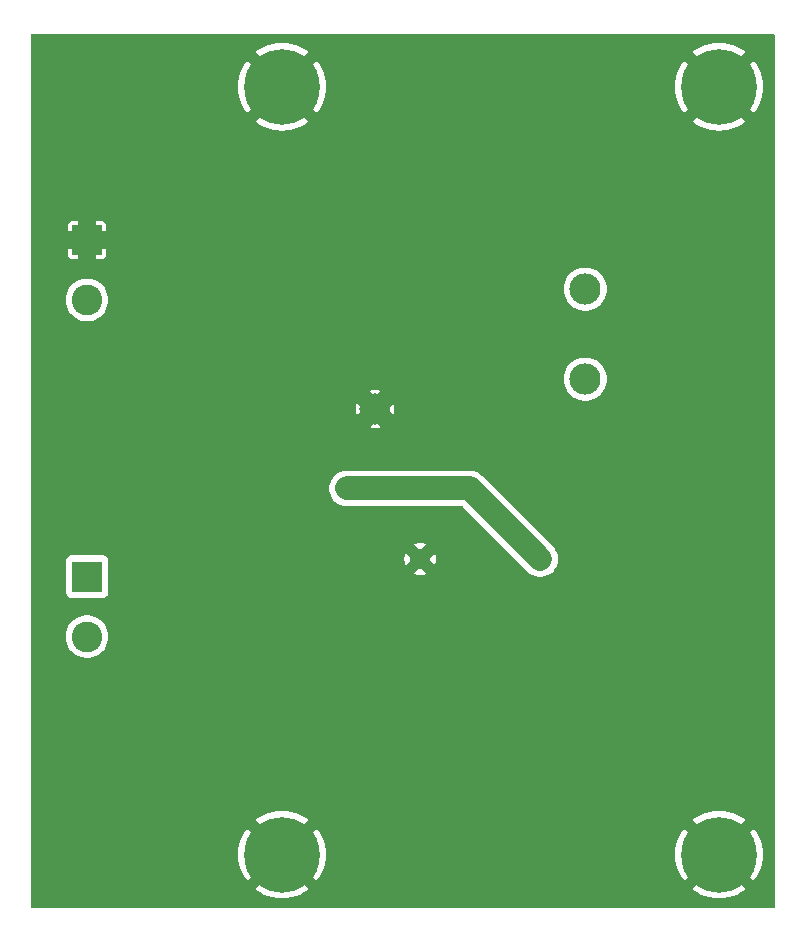
<source format=gbr>
%TF.GenerationSoftware,KiCad,Pcbnew,8.0.4*%
%TF.CreationDate,2025-06-08T14:38:43-04:00*%
%TF.ProjectId,car-battery-reverse-polarity-protection,6361722d-6261-4747-9465-72792d726576,rev?*%
%TF.SameCoordinates,Original*%
%TF.FileFunction,Copper,L2,Bot*%
%TF.FilePolarity,Positive*%
%FSLAX46Y46*%
G04 Gerber Fmt 4.6, Leading zero omitted, Abs format (unit mm)*
G04 Created by KiCad (PCBNEW 8.0.4) date 2025-06-08 14:38:43*
%MOMM*%
%LPD*%
G01*
G04 APERTURE LIST*
%TA.AperFunction,ComponentPad*%
%ADD10C,6.400000*%
%TD*%
%TA.AperFunction,ComponentPad*%
%ADD11C,2.641600*%
%TD*%
%TA.AperFunction,ComponentPad*%
%ADD12C,1.676400*%
%TD*%
%TA.AperFunction,ComponentPad*%
%ADD13R,2.600000X2.600000*%
%TD*%
%TA.AperFunction,ComponentPad*%
%ADD14C,2.600000*%
%TD*%
%TA.AperFunction,ViaPad*%
%ADD15C,1.000000*%
%TD*%
%TA.AperFunction,Conductor*%
%ADD16C,2.000000*%
%TD*%
G04 APERTURE END LIST*
D10*
%TO.P,H5,1,1*%
%TO.N,GND*%
X132500000Y-122000000D03*
%TD*%
D11*
%TO.P,K1,13*%
%TO.N,GND*%
X140398800Y-84274200D03*
%TO.P,K1,14*%
%TO.N,/relay_load_terminal*%
X158178800Y-81734200D03*
D12*
%TO.P,K1,A1*%
%TO.N,/relay_coil*%
X154368800Y-96974200D03*
%TO.P,K1,A2*%
%TO.N,GND*%
X144208800Y-96974200D03*
D11*
%TO.P,K1,NC*%
%TO.N,N/C*%
X158178800Y-74114200D03*
%TD*%
D10*
%TO.P,H1,1,1*%
%TO.N,GND*%
X169500000Y-57000000D03*
%TD*%
D13*
%TO.P,J1,1,Pin_1*%
%TO.N,GND*%
X116000000Y-69955000D03*
D14*
%TO.P,J1,2,Pin_2*%
%TO.N,+BATT*%
X116000000Y-75035000D03*
%TD*%
D10*
%TO.P,H2,1,1*%
%TO.N,GND*%
X169500000Y-122000000D03*
%TD*%
D13*
%TO.P,J2,1,Pin_1*%
%TO.N,+BATT*%
X116000000Y-98455000D03*
D14*
%TO.P,J2,2,Pin_2*%
%TO.N,/relay_load_terminal*%
X116000000Y-103535000D03*
%TD*%
D10*
%TO.P,H3,1,1*%
%TO.N,GND*%
X132500000Y-57000000D03*
%TD*%
D15*
%TO.N,GND*%
X113000000Y-70000000D03*
X123000000Y-88000000D03*
X119000000Y-70000000D03*
X116000000Y-67000000D03*
%TO.N,/relay_coil*%
X138000000Y-91000000D03*
%TD*%
D16*
%TO.N,/relay_coil*%
X148394600Y-91000000D02*
X154368800Y-96974200D01*
X138000000Y-91000000D02*
X148394600Y-91000000D01*
%TD*%
%TA.AperFunction,Conductor*%
%TO.N,GND*%
G36*
X174192539Y-52520185D02*
G01*
X174238294Y-52572989D01*
X174249500Y-52624500D01*
X174249500Y-126375500D01*
X174229815Y-126442539D01*
X174177011Y-126488294D01*
X174125500Y-126499500D01*
X111374500Y-126499500D01*
X111307461Y-126479815D01*
X111261706Y-126427011D01*
X111250500Y-126375500D01*
X111250500Y-121999999D01*
X128794922Y-121999999D01*
X128794922Y-122000000D01*
X128815219Y-122387287D01*
X128875886Y-122770323D01*
X128875887Y-122770330D01*
X128976262Y-123144936D01*
X129115244Y-123506994D01*
X129291310Y-123852543D01*
X129502531Y-124177793D01*
X129552898Y-124239992D01*
X129552900Y-124239993D01*
X131071728Y-122721164D01*
X131131557Y-122838583D01*
X131279588Y-123042330D01*
X131457670Y-123220412D01*
X131661417Y-123368443D01*
X131778835Y-123428270D01*
X130260006Y-124947099D01*
X130260006Y-124947100D01*
X130322206Y-124997468D01*
X130647456Y-125208689D01*
X130993005Y-125384755D01*
X131355063Y-125523737D01*
X131729669Y-125624112D01*
X131729676Y-125624113D01*
X132112712Y-125684780D01*
X132499999Y-125705078D01*
X132500001Y-125705078D01*
X132887287Y-125684780D01*
X133270323Y-125624113D01*
X133270330Y-125624112D01*
X133644936Y-125523737D01*
X134006994Y-125384755D01*
X134352543Y-125208689D01*
X134677783Y-124997476D01*
X134677785Y-124997475D01*
X134739992Y-124947099D01*
X133221164Y-123428271D01*
X133338583Y-123368443D01*
X133542330Y-123220412D01*
X133720412Y-123042330D01*
X133868443Y-122838583D01*
X133928271Y-122721164D01*
X135447099Y-124239992D01*
X135497475Y-124177785D01*
X135497476Y-124177783D01*
X135708689Y-123852543D01*
X135884755Y-123506994D01*
X136023737Y-123144936D01*
X136124112Y-122770330D01*
X136124113Y-122770323D01*
X136184780Y-122387287D01*
X136205078Y-122000000D01*
X136205078Y-121999999D01*
X165794922Y-121999999D01*
X165794922Y-122000000D01*
X165815219Y-122387287D01*
X165875886Y-122770323D01*
X165875887Y-122770330D01*
X165976262Y-123144936D01*
X166115244Y-123506994D01*
X166291310Y-123852543D01*
X166502531Y-124177793D01*
X166552898Y-124239992D01*
X166552900Y-124239993D01*
X168071728Y-122721164D01*
X168131557Y-122838583D01*
X168279588Y-123042330D01*
X168457670Y-123220412D01*
X168661417Y-123368443D01*
X168778835Y-123428270D01*
X167260006Y-124947099D01*
X167260006Y-124947100D01*
X167322206Y-124997468D01*
X167647456Y-125208689D01*
X167993005Y-125384755D01*
X168355063Y-125523737D01*
X168729669Y-125624112D01*
X168729676Y-125624113D01*
X169112712Y-125684780D01*
X169499999Y-125705078D01*
X169500001Y-125705078D01*
X169887287Y-125684780D01*
X170270323Y-125624113D01*
X170270330Y-125624112D01*
X170644936Y-125523737D01*
X171006994Y-125384755D01*
X171352543Y-125208689D01*
X171677783Y-124997476D01*
X171677785Y-124997475D01*
X171739992Y-124947099D01*
X170221164Y-123428271D01*
X170338583Y-123368443D01*
X170542330Y-123220412D01*
X170720412Y-123042330D01*
X170868443Y-122838583D01*
X170928271Y-122721164D01*
X172447099Y-124239992D01*
X172497475Y-124177785D01*
X172497476Y-124177783D01*
X172708689Y-123852543D01*
X172884755Y-123506994D01*
X173023737Y-123144936D01*
X173124112Y-122770330D01*
X173124113Y-122770323D01*
X173184780Y-122387287D01*
X173205078Y-122000000D01*
X173205078Y-121999999D01*
X173184780Y-121612712D01*
X173124113Y-121229676D01*
X173124112Y-121229669D01*
X173023737Y-120855063D01*
X172884755Y-120493005D01*
X172708689Y-120147456D01*
X172497468Y-119822206D01*
X172447100Y-119760006D01*
X172447099Y-119760006D01*
X170928270Y-121278834D01*
X170868443Y-121161417D01*
X170720412Y-120957670D01*
X170542330Y-120779588D01*
X170338583Y-120631557D01*
X170221164Y-120571729D01*
X171739993Y-119052900D01*
X171739992Y-119052898D01*
X171677793Y-119002531D01*
X171352543Y-118791310D01*
X171006994Y-118615244D01*
X170644936Y-118476262D01*
X170270330Y-118375887D01*
X170270323Y-118375886D01*
X169887287Y-118315219D01*
X169500001Y-118294922D01*
X169499999Y-118294922D01*
X169112712Y-118315219D01*
X168729676Y-118375886D01*
X168729669Y-118375887D01*
X168355063Y-118476262D01*
X167993005Y-118615244D01*
X167647456Y-118791310D01*
X167322218Y-119002523D01*
X167260005Y-119052899D01*
X168778835Y-120571728D01*
X168661417Y-120631557D01*
X168457670Y-120779588D01*
X168279588Y-120957670D01*
X168131557Y-121161417D01*
X168071729Y-121278835D01*
X166552899Y-119760005D01*
X166502523Y-119822218D01*
X166291310Y-120147456D01*
X166115244Y-120493005D01*
X165976262Y-120855063D01*
X165875887Y-121229669D01*
X165875886Y-121229676D01*
X165815219Y-121612712D01*
X165794922Y-121999999D01*
X136205078Y-121999999D01*
X136184780Y-121612712D01*
X136124113Y-121229676D01*
X136124112Y-121229669D01*
X136023737Y-120855063D01*
X135884755Y-120493005D01*
X135708689Y-120147456D01*
X135497468Y-119822206D01*
X135447100Y-119760006D01*
X135447099Y-119760006D01*
X133928270Y-121278834D01*
X133868443Y-121161417D01*
X133720412Y-120957670D01*
X133542330Y-120779588D01*
X133338583Y-120631557D01*
X133221164Y-120571729D01*
X134739993Y-119052900D01*
X134739992Y-119052898D01*
X134677793Y-119002531D01*
X134352543Y-118791310D01*
X134006994Y-118615244D01*
X133644936Y-118476262D01*
X133270330Y-118375887D01*
X133270323Y-118375886D01*
X132887287Y-118315219D01*
X132500001Y-118294922D01*
X132499999Y-118294922D01*
X132112712Y-118315219D01*
X131729676Y-118375886D01*
X131729669Y-118375887D01*
X131355063Y-118476262D01*
X130993005Y-118615244D01*
X130647456Y-118791310D01*
X130322218Y-119002523D01*
X130260005Y-119052899D01*
X131778835Y-120571728D01*
X131661417Y-120631557D01*
X131457670Y-120779588D01*
X131279588Y-120957670D01*
X131131557Y-121161417D01*
X131071729Y-121278835D01*
X129552899Y-119760005D01*
X129502523Y-119822218D01*
X129291310Y-120147456D01*
X129115244Y-120493005D01*
X128976262Y-120855063D01*
X128875887Y-121229669D01*
X128875886Y-121229676D01*
X128815219Y-121612712D01*
X128794922Y-121999999D01*
X111250500Y-121999999D01*
X111250500Y-103534995D01*
X114194451Y-103534995D01*
X114194451Y-103535004D01*
X114214616Y-103804101D01*
X114274664Y-104067188D01*
X114274666Y-104067195D01*
X114373257Y-104318398D01*
X114508185Y-104552102D01*
X114644080Y-104722509D01*
X114676442Y-104763089D01*
X114863183Y-104936358D01*
X114874259Y-104946635D01*
X115097226Y-105098651D01*
X115340359Y-105215738D01*
X115598228Y-105295280D01*
X115598229Y-105295280D01*
X115598232Y-105295281D01*
X115865063Y-105335499D01*
X115865068Y-105335499D01*
X115865071Y-105335500D01*
X115865072Y-105335500D01*
X116134928Y-105335500D01*
X116134929Y-105335500D01*
X116134936Y-105335499D01*
X116401767Y-105295281D01*
X116401768Y-105295280D01*
X116401772Y-105295280D01*
X116659641Y-105215738D01*
X116902775Y-105098651D01*
X117125741Y-104946635D01*
X117323561Y-104763085D01*
X117491815Y-104552102D01*
X117626743Y-104318398D01*
X117725334Y-104067195D01*
X117785383Y-103804103D01*
X117805549Y-103535000D01*
X117785383Y-103265897D01*
X117725334Y-103002805D01*
X117626743Y-102751602D01*
X117491815Y-102517898D01*
X117323561Y-102306915D01*
X117323560Y-102306914D01*
X117323557Y-102306910D01*
X117125741Y-102123365D01*
X116902775Y-101971349D01*
X116902769Y-101971346D01*
X116902768Y-101971345D01*
X116902767Y-101971344D01*
X116659643Y-101854263D01*
X116659645Y-101854263D01*
X116401773Y-101774720D01*
X116401767Y-101774718D01*
X116134936Y-101734500D01*
X116134929Y-101734500D01*
X115865071Y-101734500D01*
X115865063Y-101734500D01*
X115598232Y-101774718D01*
X115598226Y-101774720D01*
X115340358Y-101854262D01*
X115097230Y-101971346D01*
X114874258Y-102123365D01*
X114676442Y-102306910D01*
X114508185Y-102517898D01*
X114373258Y-102751599D01*
X114373256Y-102751603D01*
X114274666Y-103002804D01*
X114274664Y-103002811D01*
X114214616Y-103265898D01*
X114194451Y-103534995D01*
X111250500Y-103534995D01*
X111250500Y-97107135D01*
X114199500Y-97107135D01*
X114199500Y-99802870D01*
X114199501Y-99802876D01*
X114205908Y-99862483D01*
X114256202Y-99997328D01*
X114256206Y-99997335D01*
X114342452Y-100112544D01*
X114342455Y-100112547D01*
X114457664Y-100198793D01*
X114457671Y-100198797D01*
X114592517Y-100249091D01*
X114592516Y-100249091D01*
X114599444Y-100249835D01*
X114652127Y-100255500D01*
X117347872Y-100255499D01*
X117407483Y-100249091D01*
X117542331Y-100198796D01*
X117657546Y-100112546D01*
X117743796Y-99997331D01*
X117794091Y-99862483D01*
X117800500Y-99802873D01*
X117800499Y-98206049D01*
X143684056Y-98206049D01*
X143749353Y-98236497D01*
X143749367Y-98236502D01*
X143975531Y-98297102D01*
X143975541Y-98297104D01*
X144208798Y-98317512D01*
X144208802Y-98317512D01*
X144442058Y-98297104D01*
X144442068Y-98297102D01*
X144668232Y-98236502D01*
X144668241Y-98236498D01*
X144733542Y-98206048D01*
X144208801Y-97681307D01*
X144208800Y-97681307D01*
X143684056Y-98206049D01*
X117800499Y-98206049D01*
X117800499Y-97107128D01*
X117794091Y-97047517D01*
X117766745Y-96974198D01*
X142865488Y-96974198D01*
X142865488Y-96974201D01*
X142885895Y-97207458D01*
X142885897Y-97207468D01*
X142946498Y-97433637D01*
X142976950Y-97498942D01*
X143501693Y-96974200D01*
X143501693Y-96974199D01*
X143424783Y-96897289D01*
X143624600Y-96897289D01*
X143624600Y-97051111D01*
X143664412Y-97199693D01*
X143741324Y-97332907D01*
X143850093Y-97441676D01*
X143983307Y-97518588D01*
X144131889Y-97558400D01*
X144285711Y-97558400D01*
X144434293Y-97518588D01*
X144567507Y-97441676D01*
X144676276Y-97332907D01*
X144753188Y-97199693D01*
X144793000Y-97051111D01*
X144793000Y-96974199D01*
X144915907Y-96974199D01*
X144915907Y-96974200D01*
X145440648Y-97498941D01*
X145471098Y-97433641D01*
X145471102Y-97433632D01*
X145531702Y-97207468D01*
X145531704Y-97207458D01*
X145552112Y-96974201D01*
X145552112Y-96974198D01*
X145531704Y-96740941D01*
X145531702Y-96740931D01*
X145471102Y-96514767D01*
X145471097Y-96514753D01*
X145440649Y-96449456D01*
X144915907Y-96974199D01*
X144793000Y-96974199D01*
X144793000Y-96897289D01*
X144753188Y-96748707D01*
X144676276Y-96615493D01*
X144567507Y-96506724D01*
X144434293Y-96429812D01*
X144285711Y-96390000D01*
X144131889Y-96390000D01*
X143983307Y-96429812D01*
X143850093Y-96506724D01*
X143741324Y-96615493D01*
X143664412Y-96748707D01*
X143624600Y-96897289D01*
X143424783Y-96897289D01*
X142976950Y-96449456D01*
X142976949Y-96449457D01*
X142946499Y-96514759D01*
X142885897Y-96740931D01*
X142885895Y-96740941D01*
X142865488Y-96974198D01*
X117766745Y-96974198D01*
X117743796Y-96912669D01*
X117743795Y-96912668D01*
X117743793Y-96912664D01*
X117657547Y-96797455D01*
X117657544Y-96797452D01*
X117542335Y-96711206D01*
X117542328Y-96711202D01*
X117407482Y-96660908D01*
X117407483Y-96660908D01*
X117347883Y-96654501D01*
X117347881Y-96654500D01*
X117347873Y-96654500D01*
X117347864Y-96654500D01*
X114652129Y-96654500D01*
X114652123Y-96654501D01*
X114592516Y-96660908D01*
X114457671Y-96711202D01*
X114457664Y-96711206D01*
X114342455Y-96797452D01*
X114342452Y-96797455D01*
X114256206Y-96912664D01*
X114256202Y-96912671D01*
X114205908Y-97047517D01*
X114201095Y-97092292D01*
X114199501Y-97107123D01*
X114199500Y-97107135D01*
X111250500Y-97107135D01*
X111250500Y-95742350D01*
X143684056Y-95742350D01*
X144208800Y-96267093D01*
X144208801Y-96267093D01*
X144733542Y-95742350D01*
X144668237Y-95711898D01*
X144442068Y-95651297D01*
X144442058Y-95651295D01*
X144208802Y-95630888D01*
X144208798Y-95630888D01*
X143975541Y-95651295D01*
X143975531Y-95651297D01*
X143749359Y-95711899D01*
X143684057Y-95742349D01*
X143684056Y-95742350D01*
X111250500Y-95742350D01*
X111250500Y-90881902D01*
X136499500Y-90881902D01*
X136499500Y-91118097D01*
X136536446Y-91351368D01*
X136609433Y-91575996D01*
X136716657Y-91786433D01*
X136855483Y-91977510D01*
X137022490Y-92144517D01*
X137213567Y-92283343D01*
X137312991Y-92334002D01*
X137424003Y-92390566D01*
X137424005Y-92390566D01*
X137424008Y-92390568D01*
X137544412Y-92429689D01*
X137648631Y-92463553D01*
X137881903Y-92500500D01*
X137881908Y-92500500D01*
X147721711Y-92500500D01*
X147788750Y-92520185D01*
X147809392Y-92536819D01*
X153391291Y-98118719D01*
X153391296Y-98118723D01*
X153511490Y-98206048D01*
X153582367Y-98257543D01*
X153700063Y-98317512D01*
X153792803Y-98364766D01*
X153792805Y-98364766D01*
X153792808Y-98364768D01*
X153913212Y-98403889D01*
X154017431Y-98437753D01*
X154250703Y-98474700D01*
X154250708Y-98474700D01*
X154486897Y-98474700D01*
X154616490Y-98454173D01*
X154720169Y-98437753D01*
X154944792Y-98364768D01*
X155155234Y-98257543D01*
X155346310Y-98118718D01*
X155513318Y-97951710D01*
X155652143Y-97760634D01*
X155759368Y-97550192D01*
X155832353Y-97325569D01*
X155852290Y-97199693D01*
X155869300Y-97092297D01*
X155869300Y-96856102D01*
X155832353Y-96622831D01*
X155776020Y-96449457D01*
X155759368Y-96398208D01*
X155759366Y-96398205D01*
X155759366Y-96398203D01*
X155720466Y-96321859D01*
X155652143Y-96187767D01*
X155634406Y-96163355D01*
X155513323Y-95996696D01*
X155513319Y-95996691D01*
X149372112Y-89855485D01*
X149372111Y-89855484D01*
X149181034Y-89716657D01*
X148970596Y-89609433D01*
X148745968Y-89536446D01*
X148512697Y-89499500D01*
X148512692Y-89499500D01*
X137881908Y-89499500D01*
X137881903Y-89499500D01*
X137648631Y-89536446D01*
X137424003Y-89609433D01*
X137213566Y-89716657D01*
X137104550Y-89795862D01*
X137022490Y-89855483D01*
X137022488Y-89855485D01*
X137022487Y-89855485D01*
X136855485Y-90022487D01*
X136855485Y-90022488D01*
X136855483Y-90022490D01*
X136795862Y-90104550D01*
X136716657Y-90213566D01*
X136609433Y-90424003D01*
X136536446Y-90648631D01*
X136499500Y-90881902D01*
X111250500Y-90881902D01*
X111250500Y-84274200D01*
X138772988Y-84274200D01*
X138793003Y-84528529D01*
X138849302Y-84763035D01*
X138849303Y-84763035D01*
X139332000Y-84280339D01*
X139332000Y-84379271D01*
X139372996Y-84585374D01*
X139453414Y-84779519D01*
X139570162Y-84954245D01*
X139718755Y-85102838D01*
X139893481Y-85219586D01*
X140087626Y-85300004D01*
X140293729Y-85341000D01*
X140392660Y-85341000D01*
X139909963Y-85823694D01*
X139909963Y-85823695D01*
X140144472Y-85879996D01*
X140398800Y-85900011D01*
X140653127Y-85879996D01*
X140887635Y-85823695D01*
X140404941Y-85341000D01*
X140503871Y-85341000D01*
X140709974Y-85300004D01*
X140904119Y-85219586D01*
X141078845Y-85102838D01*
X141227438Y-84954245D01*
X141344186Y-84779519D01*
X141424604Y-84585374D01*
X141465600Y-84379271D01*
X141465600Y-84280340D01*
X141948295Y-84763035D01*
X142004596Y-84528527D01*
X142024611Y-84274200D01*
X142004596Y-84019872D01*
X141948295Y-83785363D01*
X141948294Y-83785363D01*
X141465600Y-84268058D01*
X141465600Y-84169129D01*
X141424604Y-83963026D01*
X141344186Y-83768881D01*
X141227438Y-83594155D01*
X141078845Y-83445562D01*
X140904119Y-83328814D01*
X140709974Y-83248396D01*
X140503871Y-83207400D01*
X140404941Y-83207400D01*
X140887635Y-82724703D01*
X140887635Y-82724702D01*
X140653129Y-82668403D01*
X140398800Y-82648388D01*
X140144470Y-82668403D01*
X139909963Y-82724702D01*
X139909963Y-82724703D01*
X140392660Y-83207400D01*
X140293729Y-83207400D01*
X140087626Y-83248396D01*
X139893481Y-83328814D01*
X139718755Y-83445562D01*
X139570162Y-83594155D01*
X139453414Y-83768881D01*
X139372996Y-83963026D01*
X139332000Y-84169129D01*
X139332000Y-84268060D01*
X138849303Y-83785363D01*
X138849302Y-83785363D01*
X138793003Y-84019870D01*
X138772988Y-84274200D01*
X111250500Y-84274200D01*
X111250500Y-81734195D01*
X156352393Y-81734195D01*
X156352393Y-81734204D01*
X156372790Y-82006402D01*
X156372791Y-82006407D01*
X156433531Y-82272529D01*
X156433537Y-82272548D01*
X156533264Y-82526648D01*
X156533263Y-82526648D01*
X156615106Y-82668403D01*
X156669752Y-82763052D01*
X156807218Y-82935428D01*
X156839952Y-82976476D01*
X157028850Y-83151746D01*
X157040054Y-83162142D01*
X157265597Y-83315915D01*
X157265602Y-83315917D01*
X157265603Y-83315918D01*
X157265604Y-83315919D01*
X157396223Y-83378821D01*
X157511535Y-83434352D01*
X157511536Y-83434352D01*
X157511539Y-83434354D01*
X157772386Y-83514815D01*
X158042312Y-83555500D01*
X158042313Y-83555500D01*
X158315287Y-83555500D01*
X158315288Y-83555500D01*
X158585214Y-83514815D01*
X158846061Y-83434354D01*
X159092004Y-83315915D01*
X159317546Y-83162142D01*
X159517651Y-82976472D01*
X159687848Y-82763052D01*
X159824336Y-82526648D01*
X159924065Y-82272543D01*
X159984808Y-82006412D01*
X160005207Y-81734200D01*
X159984808Y-81461988D01*
X159924065Y-81195857D01*
X159824336Y-80941752D01*
X159824335Y-80941751D01*
X159824336Y-80941751D01*
X159774377Y-80855221D01*
X159687848Y-80705348D01*
X159517651Y-80491928D01*
X159517650Y-80491927D01*
X159517647Y-80491923D01*
X159388724Y-80372301D01*
X159317546Y-80306258D01*
X159092004Y-80152485D01*
X159092003Y-80152484D01*
X159091996Y-80152480D01*
X158846063Y-80034047D01*
X158846065Y-80034047D01*
X158585222Y-79953587D01*
X158585218Y-79953586D01*
X158585214Y-79953585D01*
X158455373Y-79934014D01*
X158315293Y-79912900D01*
X158315288Y-79912900D01*
X158042312Y-79912900D01*
X158042306Y-79912900D01*
X157874208Y-79938237D01*
X157772386Y-79953585D01*
X157772383Y-79953586D01*
X157772377Y-79953587D01*
X157511535Y-80034047D01*
X157265604Y-80152480D01*
X157265603Y-80152481D01*
X157040053Y-80306258D01*
X156839952Y-80491923D01*
X156669752Y-80705348D01*
X156533264Y-80941751D01*
X156433537Y-81195851D01*
X156433531Y-81195870D01*
X156372791Y-81461992D01*
X156372790Y-81461997D01*
X156352393Y-81734195D01*
X111250500Y-81734195D01*
X111250500Y-75034995D01*
X114194451Y-75034995D01*
X114194451Y-75035004D01*
X114214616Y-75304101D01*
X114268948Y-75542144D01*
X114274666Y-75567195D01*
X114373257Y-75818398D01*
X114508185Y-76052102D01*
X114644080Y-76222509D01*
X114676442Y-76263089D01*
X114863183Y-76436358D01*
X114874259Y-76446635D01*
X115097226Y-76598651D01*
X115340359Y-76715738D01*
X115598228Y-76795280D01*
X115598229Y-76795280D01*
X115598232Y-76795281D01*
X115865063Y-76835499D01*
X115865068Y-76835499D01*
X115865071Y-76835500D01*
X115865072Y-76835500D01*
X116134928Y-76835500D01*
X116134929Y-76835500D01*
X116134936Y-76835499D01*
X116401767Y-76795281D01*
X116401768Y-76795280D01*
X116401772Y-76795280D01*
X116659641Y-76715738D01*
X116902775Y-76598651D01*
X117125741Y-76446635D01*
X117323561Y-76263085D01*
X117491815Y-76052102D01*
X117626743Y-75818398D01*
X117725334Y-75567195D01*
X117785383Y-75304103D01*
X117805549Y-75035000D01*
X117785383Y-74765897D01*
X117725334Y-74502805D01*
X117626743Y-74251602D01*
X117547412Y-74114195D01*
X156352393Y-74114195D01*
X156352393Y-74114204D01*
X156372790Y-74386402D01*
X156372791Y-74386407D01*
X156433531Y-74652529D01*
X156433537Y-74652548D01*
X156533264Y-74906648D01*
X156533263Y-74906648D01*
X156607365Y-75034995D01*
X156669752Y-75143052D01*
X156798186Y-75304103D01*
X156839952Y-75356476D01*
X157028850Y-75531746D01*
X157040054Y-75542142D01*
X157265597Y-75695915D01*
X157265602Y-75695917D01*
X157265603Y-75695918D01*
X157265604Y-75695919D01*
X157396223Y-75758821D01*
X157511535Y-75814352D01*
X157511536Y-75814352D01*
X157511539Y-75814354D01*
X157772386Y-75894815D01*
X158042312Y-75935500D01*
X158042313Y-75935500D01*
X158315287Y-75935500D01*
X158315288Y-75935500D01*
X158585214Y-75894815D01*
X158846061Y-75814354D01*
X159092004Y-75695915D01*
X159317546Y-75542142D01*
X159517651Y-75356472D01*
X159687848Y-75143052D01*
X159824336Y-74906648D01*
X159924065Y-74652543D01*
X159984808Y-74386412D01*
X159984809Y-74386402D01*
X160005207Y-74114204D01*
X160005207Y-74114195D01*
X159984809Y-73841997D01*
X159984808Y-73841992D01*
X159984808Y-73841988D01*
X159924065Y-73575857D01*
X159824336Y-73321752D01*
X159824335Y-73321751D01*
X159824336Y-73321751D01*
X159773961Y-73234500D01*
X159687848Y-73085348D01*
X159517651Y-72871928D01*
X159517650Y-72871927D01*
X159517647Y-72871923D01*
X159388724Y-72752301D01*
X159317546Y-72686258D01*
X159092004Y-72532485D01*
X159092003Y-72532484D01*
X159091996Y-72532480D01*
X158846063Y-72414047D01*
X158846065Y-72414047D01*
X158585222Y-72333587D01*
X158585218Y-72333586D01*
X158585214Y-72333585D01*
X158455373Y-72314014D01*
X158315293Y-72292900D01*
X158315288Y-72292900D01*
X158042312Y-72292900D01*
X158042306Y-72292900D01*
X157874208Y-72318237D01*
X157772386Y-72333585D01*
X157772383Y-72333586D01*
X157772377Y-72333587D01*
X157511535Y-72414047D01*
X157265604Y-72532480D01*
X157265603Y-72532481D01*
X157040053Y-72686258D01*
X156839952Y-72871923D01*
X156669752Y-73085348D01*
X156533264Y-73321751D01*
X156433537Y-73575851D01*
X156433531Y-73575870D01*
X156372791Y-73841992D01*
X156372790Y-73841997D01*
X156352393Y-74114195D01*
X117547412Y-74114195D01*
X117491815Y-74017898D01*
X117323561Y-73806915D01*
X117323560Y-73806914D01*
X117323557Y-73806910D01*
X117125741Y-73623365D01*
X116902775Y-73471349D01*
X116902769Y-73471346D01*
X116902768Y-73471345D01*
X116902767Y-73471344D01*
X116659643Y-73354263D01*
X116659645Y-73354263D01*
X116401773Y-73274720D01*
X116401767Y-73274718D01*
X116134936Y-73234500D01*
X116134929Y-73234500D01*
X115865071Y-73234500D01*
X115865063Y-73234500D01*
X115598232Y-73274718D01*
X115598226Y-73274720D01*
X115340358Y-73354262D01*
X115097230Y-73471346D01*
X114874258Y-73623365D01*
X114676442Y-73806910D01*
X114508185Y-74017898D01*
X114373258Y-74251599D01*
X114373256Y-74251603D01*
X114274666Y-74502804D01*
X114274664Y-74502811D01*
X114214616Y-74765898D01*
X114194451Y-75034995D01*
X111250500Y-75034995D01*
X111250500Y-71299785D01*
X114400001Y-71299785D01*
X114400002Y-71299808D01*
X114402908Y-71324869D01*
X114402909Y-71324873D01*
X114448211Y-71427474D01*
X114448214Y-71427479D01*
X114527520Y-71506785D01*
X114527525Y-71506788D01*
X114630123Y-71552089D01*
X114655206Y-71554999D01*
X115249999Y-71554999D01*
X116750000Y-71554999D01*
X117344786Y-71554999D01*
X117344808Y-71554997D01*
X117369869Y-71552091D01*
X117369873Y-71552090D01*
X117472474Y-71506788D01*
X117472479Y-71506785D01*
X117551785Y-71427479D01*
X117551788Y-71427474D01*
X117597089Y-71324877D01*
X117597089Y-71324875D01*
X117599999Y-71299794D01*
X117600000Y-71299791D01*
X117600000Y-70705000D01*
X116750000Y-70705000D01*
X116750000Y-71554999D01*
X115249999Y-71554999D01*
X115250000Y-71554998D01*
X115250000Y-70705000D01*
X114400001Y-70705000D01*
X114400001Y-71299785D01*
X111250500Y-71299785D01*
X111250500Y-69890981D01*
X115350000Y-69890981D01*
X115350000Y-70019019D01*
X115374979Y-70144598D01*
X115423978Y-70262890D01*
X115495112Y-70369351D01*
X115585649Y-70459888D01*
X115692110Y-70531022D01*
X115810402Y-70580021D01*
X115935981Y-70605000D01*
X116064019Y-70605000D01*
X116189598Y-70580021D01*
X116307890Y-70531022D01*
X116414351Y-70459888D01*
X116504888Y-70369351D01*
X116576022Y-70262890D01*
X116625021Y-70144598D01*
X116650000Y-70019019D01*
X116650000Y-69890981D01*
X116625021Y-69765402D01*
X116576022Y-69647110D01*
X116504888Y-69540649D01*
X116414351Y-69450112D01*
X116307890Y-69378978D01*
X116189598Y-69329979D01*
X116064019Y-69305000D01*
X115935981Y-69305000D01*
X115810402Y-69329979D01*
X115692110Y-69378978D01*
X115585649Y-69450112D01*
X115495112Y-69540649D01*
X115423978Y-69647110D01*
X115374979Y-69765402D01*
X115350000Y-69890981D01*
X111250500Y-69890981D01*
X111250500Y-68610205D01*
X114400000Y-68610205D01*
X114400000Y-69205000D01*
X115250000Y-69205000D01*
X116750000Y-69205000D01*
X117599999Y-69205000D01*
X117599999Y-68610214D01*
X117599997Y-68610191D01*
X117597091Y-68585130D01*
X117597090Y-68585126D01*
X117551788Y-68482525D01*
X117551785Y-68482520D01*
X117472479Y-68403214D01*
X117472474Y-68403211D01*
X117369876Y-68357910D01*
X117344794Y-68355000D01*
X116750000Y-68355000D01*
X116750000Y-69205000D01*
X115250000Y-69205000D01*
X115250000Y-68355000D01*
X114655214Y-68355000D01*
X114655191Y-68355002D01*
X114630130Y-68357908D01*
X114630126Y-68357909D01*
X114527525Y-68403211D01*
X114527520Y-68403214D01*
X114448214Y-68482520D01*
X114448211Y-68482525D01*
X114402910Y-68585122D01*
X114402910Y-68585124D01*
X114400000Y-68610205D01*
X111250500Y-68610205D01*
X111250500Y-56999999D01*
X128794922Y-56999999D01*
X128794922Y-57000000D01*
X128815219Y-57387287D01*
X128875886Y-57770323D01*
X128875887Y-57770330D01*
X128976262Y-58144936D01*
X129115244Y-58506994D01*
X129291310Y-58852543D01*
X129502531Y-59177793D01*
X129552898Y-59239992D01*
X129552900Y-59239993D01*
X131071728Y-57721164D01*
X131131557Y-57838583D01*
X131279588Y-58042330D01*
X131457670Y-58220412D01*
X131661417Y-58368443D01*
X131778835Y-58428270D01*
X130260006Y-59947099D01*
X130260006Y-59947100D01*
X130322206Y-59997468D01*
X130647456Y-60208689D01*
X130993005Y-60384755D01*
X131355063Y-60523737D01*
X131729669Y-60624112D01*
X131729676Y-60624113D01*
X132112712Y-60684780D01*
X132499999Y-60705078D01*
X132500001Y-60705078D01*
X132887287Y-60684780D01*
X133270323Y-60624113D01*
X133270330Y-60624112D01*
X133644936Y-60523737D01*
X134006994Y-60384755D01*
X134352543Y-60208689D01*
X134677783Y-59997476D01*
X134677785Y-59997475D01*
X134739992Y-59947099D01*
X133221164Y-58428271D01*
X133338583Y-58368443D01*
X133542330Y-58220412D01*
X133720412Y-58042330D01*
X133868443Y-57838583D01*
X133928271Y-57721164D01*
X135447099Y-59239992D01*
X135497475Y-59177785D01*
X135497476Y-59177783D01*
X135708689Y-58852543D01*
X135884755Y-58506994D01*
X136023737Y-58144936D01*
X136124112Y-57770330D01*
X136124113Y-57770323D01*
X136184780Y-57387287D01*
X136205078Y-57000000D01*
X136205078Y-56999999D01*
X165794922Y-56999999D01*
X165794922Y-57000000D01*
X165815219Y-57387287D01*
X165875886Y-57770323D01*
X165875887Y-57770330D01*
X165976262Y-58144936D01*
X166115244Y-58506994D01*
X166291310Y-58852543D01*
X166502531Y-59177793D01*
X166552898Y-59239992D01*
X166552900Y-59239993D01*
X168071728Y-57721164D01*
X168131557Y-57838583D01*
X168279588Y-58042330D01*
X168457670Y-58220412D01*
X168661417Y-58368443D01*
X168778835Y-58428270D01*
X167260006Y-59947099D01*
X167260006Y-59947100D01*
X167322206Y-59997468D01*
X167647456Y-60208689D01*
X167993005Y-60384755D01*
X168355063Y-60523737D01*
X168729669Y-60624112D01*
X168729676Y-60624113D01*
X169112712Y-60684780D01*
X169499999Y-60705078D01*
X169500001Y-60705078D01*
X169887287Y-60684780D01*
X170270323Y-60624113D01*
X170270330Y-60624112D01*
X170644936Y-60523737D01*
X171006994Y-60384755D01*
X171352543Y-60208689D01*
X171677783Y-59997476D01*
X171677785Y-59997475D01*
X171739992Y-59947099D01*
X170221164Y-58428271D01*
X170338583Y-58368443D01*
X170542330Y-58220412D01*
X170720412Y-58042330D01*
X170868443Y-57838583D01*
X170928271Y-57721164D01*
X172447099Y-59239992D01*
X172497475Y-59177785D01*
X172497476Y-59177783D01*
X172708689Y-58852543D01*
X172884755Y-58506994D01*
X173023737Y-58144936D01*
X173124112Y-57770330D01*
X173124113Y-57770323D01*
X173184780Y-57387287D01*
X173205078Y-57000000D01*
X173205078Y-56999999D01*
X173184780Y-56612712D01*
X173124113Y-56229676D01*
X173124112Y-56229669D01*
X173023737Y-55855063D01*
X172884755Y-55493005D01*
X172708689Y-55147456D01*
X172497468Y-54822206D01*
X172447100Y-54760006D01*
X172447099Y-54760006D01*
X170928270Y-56278834D01*
X170868443Y-56161417D01*
X170720412Y-55957670D01*
X170542330Y-55779588D01*
X170338583Y-55631557D01*
X170221164Y-55571729D01*
X171739993Y-54052900D01*
X171739992Y-54052898D01*
X171677793Y-54002531D01*
X171352543Y-53791310D01*
X171006994Y-53615244D01*
X170644936Y-53476262D01*
X170270330Y-53375887D01*
X170270323Y-53375886D01*
X169887287Y-53315219D01*
X169500001Y-53294922D01*
X169499999Y-53294922D01*
X169112712Y-53315219D01*
X168729676Y-53375886D01*
X168729669Y-53375887D01*
X168355063Y-53476262D01*
X167993005Y-53615244D01*
X167647456Y-53791310D01*
X167322218Y-54002523D01*
X167260005Y-54052899D01*
X168778835Y-55571728D01*
X168661417Y-55631557D01*
X168457670Y-55779588D01*
X168279588Y-55957670D01*
X168131557Y-56161417D01*
X168071729Y-56278835D01*
X166552899Y-54760005D01*
X166502523Y-54822218D01*
X166291310Y-55147456D01*
X166115244Y-55493005D01*
X165976262Y-55855063D01*
X165875887Y-56229669D01*
X165875886Y-56229676D01*
X165815219Y-56612712D01*
X165794922Y-56999999D01*
X136205078Y-56999999D01*
X136184780Y-56612712D01*
X136124113Y-56229676D01*
X136124112Y-56229669D01*
X136023737Y-55855063D01*
X135884755Y-55493005D01*
X135708689Y-55147456D01*
X135497468Y-54822206D01*
X135447100Y-54760006D01*
X135447099Y-54760006D01*
X133928270Y-56278834D01*
X133868443Y-56161417D01*
X133720412Y-55957670D01*
X133542330Y-55779588D01*
X133338583Y-55631557D01*
X133221164Y-55571729D01*
X134739993Y-54052900D01*
X134739992Y-54052898D01*
X134677793Y-54002531D01*
X134352543Y-53791310D01*
X134006994Y-53615244D01*
X133644936Y-53476262D01*
X133270330Y-53375887D01*
X133270323Y-53375886D01*
X132887287Y-53315219D01*
X132500001Y-53294922D01*
X132499999Y-53294922D01*
X132112712Y-53315219D01*
X131729676Y-53375886D01*
X131729669Y-53375887D01*
X131355063Y-53476262D01*
X130993005Y-53615244D01*
X130647456Y-53791310D01*
X130322218Y-54002523D01*
X130260005Y-54052899D01*
X131778835Y-55571728D01*
X131661417Y-55631557D01*
X131457670Y-55779588D01*
X131279588Y-55957670D01*
X131131557Y-56161417D01*
X131071729Y-56278835D01*
X129552899Y-54760005D01*
X129502523Y-54822218D01*
X129291310Y-55147456D01*
X129115244Y-55493005D01*
X128976262Y-55855063D01*
X128875887Y-56229669D01*
X128875886Y-56229676D01*
X128815219Y-56612712D01*
X128794922Y-56999999D01*
X111250500Y-56999999D01*
X111250500Y-52624500D01*
X111270185Y-52557461D01*
X111322989Y-52511706D01*
X111374500Y-52500500D01*
X174125500Y-52500500D01*
X174192539Y-52520185D01*
G37*
%TD.AperFunction*%
%TD*%
M02*

</source>
